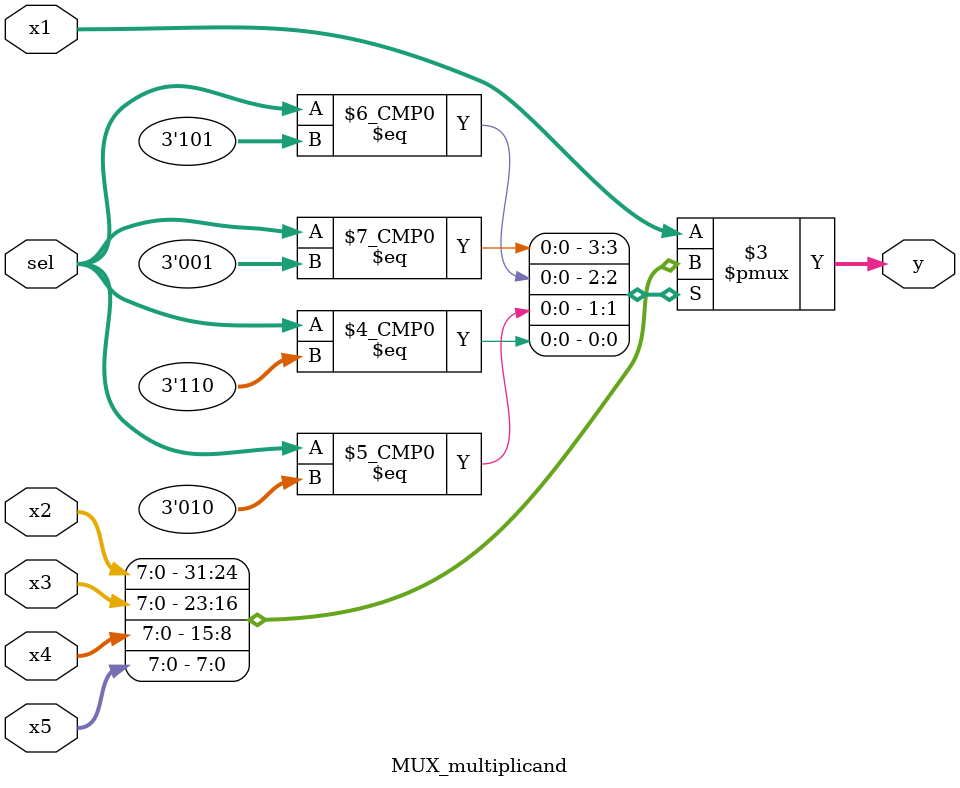
<source format=v>
`timescale 1ns / 1ps


// Define a module for a multiplexer that selects one of five multiplicand values.
// The width of each multiplicand and the output is parameterizable through N.
module MUX_multiplicand #(parameter N = 8)(
    input [2:0] sel,         // 3-bit select input to choose which data line is output.
    input [N-1:0] x1,        // Multiplicand option +0 (no change).
    input [N-1:0] x2,        // Multiplicand option +1 (original value).
    input [N-1:0] x3,        // Multiplicand option -1 (two's complement or negated value).
    input [N-1:0] x4,        // Multiplicand option +2 (double the original value).
    input [N-1:0] x5,        // Multiplicand option -2 (negated double value).
    output reg [N-1:0] y     // Output of the multiplexer, selected based on `sel`.
    );
    
    // Combinational logic to select the output based on the select signal.
    always @(*) begin
        case(sel)
            3'b000: y = x1; // Selects +0 multiplicand, often used for no operation. 
            3'b001: y = x2; // Selects +1 multiplicand, equivalent to the original number. 
            //3'b011: y = ; 
            //3'b100: y = ;
            3'b101: y = x3; // Selects -1 multiplicand, which is the negated original number.
            3'b010: y = x4; // Selects +2 multiplicand, double the original number.
            3'b110: y = x5; // Selects -2 multiplicand, negated and double the original number. 
            //3'b111: y = ;
            // Note: Other case values like 3'b011, 3'b100, and 3'b111 are not covered.
            // Depending on the design, you may want to handle these undefined states. 
            default: y = x1;
        endcase    
    end
endmodule



</source>
